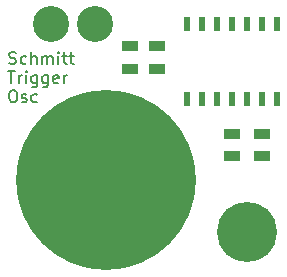
<source format=gts>
G04 (created by PCBNEW (2013-07-07 BZR 4022)-stable) date 1/5/2014 2:00:07 AM*
%MOIN*%
G04 Gerber Fmt 3.4, Leading zero omitted, Abs format*
%FSLAX34Y34*%
G01*
G70*
G90*
G04 APERTURE LIST*
%ADD10C,0.00590551*%
%ADD11C,0.0075*%
%ADD12R,0.02X0.045*%
%ADD13R,0.055X0.035*%
%ADD14C,0.12*%
%ADD15C,0.6*%
%ADD16C,0.2*%
G04 APERTURE END LIST*
G54D10*
G54D11*
X69756Y-42242D02*
X69813Y-42261D01*
X69908Y-42261D01*
X69946Y-42242D01*
X69965Y-42223D01*
X69984Y-42185D01*
X69984Y-42147D01*
X69965Y-42109D01*
X69946Y-42090D01*
X69908Y-42071D01*
X69832Y-42052D01*
X69794Y-42033D01*
X69775Y-42014D01*
X69756Y-41976D01*
X69756Y-41938D01*
X69775Y-41900D01*
X69794Y-41880D01*
X69832Y-41861D01*
X69927Y-41861D01*
X69984Y-41880D01*
X70327Y-42242D02*
X70289Y-42261D01*
X70213Y-42261D01*
X70175Y-42242D01*
X70156Y-42223D01*
X70137Y-42185D01*
X70137Y-42071D01*
X70156Y-42033D01*
X70175Y-42014D01*
X70213Y-41995D01*
X70289Y-41995D01*
X70327Y-42014D01*
X70499Y-42261D02*
X70499Y-41861D01*
X70670Y-42261D02*
X70670Y-42052D01*
X70651Y-42014D01*
X70613Y-41995D01*
X70556Y-41995D01*
X70518Y-42014D01*
X70499Y-42033D01*
X70860Y-42261D02*
X70860Y-41995D01*
X70860Y-42033D02*
X70880Y-42014D01*
X70918Y-41995D01*
X70975Y-41995D01*
X71013Y-42014D01*
X71032Y-42052D01*
X71032Y-42261D01*
X71032Y-42052D02*
X71051Y-42014D01*
X71089Y-41995D01*
X71146Y-41995D01*
X71184Y-42014D01*
X71203Y-42052D01*
X71203Y-42261D01*
X71394Y-42261D02*
X71394Y-41995D01*
X71394Y-41861D02*
X71375Y-41880D01*
X71394Y-41900D01*
X71413Y-41880D01*
X71394Y-41861D01*
X71394Y-41900D01*
X71527Y-41995D02*
X71680Y-41995D01*
X71584Y-41861D02*
X71584Y-42204D01*
X71603Y-42242D01*
X71641Y-42261D01*
X71680Y-42261D01*
X71756Y-41995D02*
X71908Y-41995D01*
X71813Y-41861D02*
X71813Y-42204D01*
X71832Y-42242D01*
X71870Y-42261D01*
X71908Y-42261D01*
X69718Y-42496D02*
X69946Y-42496D01*
X69832Y-42896D02*
X69832Y-42496D01*
X70080Y-42896D02*
X70080Y-42630D01*
X70080Y-42706D02*
X70099Y-42668D01*
X70118Y-42649D01*
X70156Y-42630D01*
X70194Y-42630D01*
X70327Y-42896D02*
X70327Y-42630D01*
X70327Y-42496D02*
X70308Y-42515D01*
X70327Y-42535D01*
X70346Y-42515D01*
X70327Y-42496D01*
X70327Y-42535D01*
X70689Y-42630D02*
X70689Y-42954D01*
X70670Y-42992D01*
X70651Y-43011D01*
X70613Y-43030D01*
X70556Y-43030D01*
X70518Y-43011D01*
X70689Y-42877D02*
X70651Y-42896D01*
X70575Y-42896D01*
X70537Y-42877D01*
X70518Y-42858D01*
X70499Y-42820D01*
X70499Y-42706D01*
X70518Y-42668D01*
X70537Y-42649D01*
X70575Y-42630D01*
X70651Y-42630D01*
X70689Y-42649D01*
X71051Y-42630D02*
X71051Y-42954D01*
X71032Y-42992D01*
X71013Y-43011D01*
X70975Y-43030D01*
X70918Y-43030D01*
X70880Y-43011D01*
X71051Y-42877D02*
X71013Y-42896D01*
X70937Y-42896D01*
X70899Y-42877D01*
X70880Y-42858D01*
X70860Y-42820D01*
X70860Y-42706D01*
X70880Y-42668D01*
X70899Y-42649D01*
X70937Y-42630D01*
X71013Y-42630D01*
X71051Y-42649D01*
X71394Y-42877D02*
X71356Y-42896D01*
X71280Y-42896D01*
X71241Y-42877D01*
X71222Y-42839D01*
X71222Y-42687D01*
X71241Y-42649D01*
X71280Y-42630D01*
X71356Y-42630D01*
X71394Y-42649D01*
X71413Y-42687D01*
X71413Y-42725D01*
X71222Y-42763D01*
X71584Y-42896D02*
X71584Y-42630D01*
X71584Y-42706D02*
X71603Y-42668D01*
X71622Y-42649D01*
X71660Y-42630D01*
X71699Y-42630D01*
X69851Y-43131D02*
X69927Y-43131D01*
X69965Y-43150D01*
X70003Y-43189D01*
X70022Y-43265D01*
X70022Y-43398D01*
X70003Y-43474D01*
X69965Y-43512D01*
X69927Y-43531D01*
X69851Y-43531D01*
X69813Y-43512D01*
X69775Y-43474D01*
X69756Y-43398D01*
X69756Y-43265D01*
X69775Y-43189D01*
X69813Y-43150D01*
X69851Y-43131D01*
X70175Y-43512D02*
X70213Y-43531D01*
X70289Y-43531D01*
X70327Y-43512D01*
X70346Y-43474D01*
X70346Y-43455D01*
X70327Y-43417D01*
X70289Y-43398D01*
X70232Y-43398D01*
X70194Y-43379D01*
X70175Y-43341D01*
X70175Y-43322D01*
X70194Y-43284D01*
X70232Y-43265D01*
X70289Y-43265D01*
X70327Y-43284D01*
X70689Y-43512D02*
X70651Y-43531D01*
X70575Y-43531D01*
X70537Y-43512D01*
X70518Y-43493D01*
X70499Y-43455D01*
X70499Y-43341D01*
X70518Y-43303D01*
X70537Y-43284D01*
X70575Y-43265D01*
X70651Y-43265D01*
X70689Y-43284D01*
G54D12*
X75700Y-43420D03*
X76200Y-43420D03*
X76700Y-43420D03*
X77200Y-43420D03*
X77700Y-43420D03*
X78200Y-43420D03*
X78700Y-43420D03*
X78700Y-40920D03*
X78200Y-40920D03*
X77200Y-40920D03*
X76700Y-40920D03*
X76200Y-40920D03*
X75700Y-40920D03*
X77700Y-40920D03*
G54D13*
X73800Y-42415D03*
X73800Y-41665D03*
X77200Y-44585D03*
X77200Y-45335D03*
X78200Y-44585D03*
X78200Y-45335D03*
X74680Y-42415D03*
X74680Y-41665D03*
G54D14*
X72620Y-40940D03*
X71160Y-40940D03*
G54D15*
X72980Y-46140D03*
G54D16*
X77678Y-47850D03*
M02*

</source>
